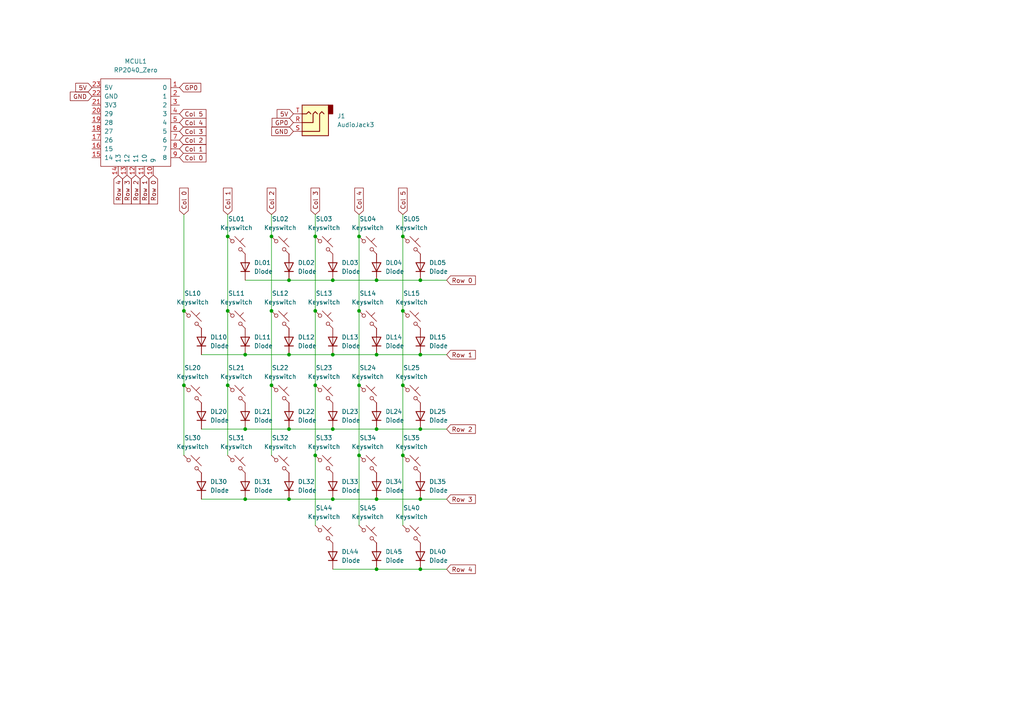
<source format=kicad_sch>
(kicad_sch (version 20230121) (generator eeschema)
  (paper "A4")
  (lib_symbols
    (symbol "Connector_Audio:AudioJack3"
      (property "Reference" "J" (at 0 8.89 0))
      (property "Value" "AudioJack3" (at 0 6.35 0))
      (symbol "AudioJack3_0_1"
        (rectangle (start -5.08 -5.08) (end -6.35 -2.54) (stroke (width 0.254)) (fill (type outline)))
        (polyline (pts (xy 0 -2.54) (xy 0.635 -3.175) (xy 1.27 -2.54) (xy 2.54 -2.54)) (stroke (width 0.254)))
        (polyline (pts (xy -1.905 -2.54) (xy -1.27 -3.175) (xy -0.635 -2.54) (xy -0.635 0) (xy 2.54 0)) (stroke (width 0.254)))
        (polyline (pts (xy 2.54 2.54) (xy -2.54 2.54) (xy -2.54 -2.54) (xy -3.175 -3.175) (xy -3.81 -2.54)) (stroke (width 0.254)))
        (rectangle (start 2.54 3.81) (end -5.08 -5.08) (stroke (width 0.254)) (fill (type background)))
      )
      (symbol "AudioJack3_1_1"
        (pin passive line (at 5.08 0 180) (length 2.54) (name "~") (number "R"))
        (pin passive line (at 5.08 2.54 180) (length 2.54) (name "~") (number "S"))
        (pin passive line (at 5.08 -2.54 180) (length 2.54) (name "~") (number "T"))
      )
    )
    (symbol "ScottoKeebs:MCU_RP2040_Zero" (pin_names (offset 1.016))
      (property "Reference" "U" (at 0 15.24 0))
      (property "Value" "RP2040_Zero" (at 0 12.7 0))
      (symbol "MCU_RP2040_Zero_0_1"
        (rectangle (start -10.16 11.43) (end 10.16 -13.97))
      )
      (symbol "MCU_RP2040_Zero_1_1"
        (pin bidirectional line (at 12.7 8.89 180) (length 2.54) (name "0") (number "1"))
        (pin bidirectional line (at 5.08 -16.51 90) (length 2.54) (name "9") (number "10"))
        (pin bidirectional line (at 2.54 -16.51 90) (length 2.54) (name "10") (number "11"))
        (pin bidirectional line (at 0 -16.51 90) (length 2.54) (name "11") (number "12"))
        (pin bidirectional line (at -2.54 -16.51 90) (length 2.54) (name "12") (number "13"))
        (pin bidirectional line (at -5.08 -16.51 90) (length 2.54) (name "13") (number "14"))
        (pin bidirectional line (at -12.7 -11.43 0) (length 2.54) (name "14") (number "15"))
        (pin bidirectional line (at -12.7 -8.89 0) (length 2.54) (name "15") (number "16"))
        (pin bidirectional line (at -12.7 -6.35 0) (length 2.54) (name "26") (number "17"))
        (pin bidirectional line (at -12.7 -3.81 0) (length 2.54) (name "27") (number "18"))
        (pin bidirectional line (at -12.7 -1.27 0) (length 2.54) (name "28") (number "19"))
        (pin bidirectional line (at 12.7 6.35 180) (length 2.54) (name "1") (number "2"))
        (pin bidirectional line (at -12.7 1.27 0) (length 2.54) (name "29") (number "20"))
        (pin power_out line (at -12.7 3.81 0) (length 2.54) (name "3V3") (number "21"))
        (pin power_out line (at -12.7 6.35 0) (length 2.54) (name "GND") (number "22"))
        (pin power_out line (at -12.7 8.89 0) (length 2.54) (name "5V") (number "23"))
        (pin bidirectional line (at 12.7 3.81 180) (length 2.54) (name "2") (number "3"))
        (pin bidirectional line (at 12.7 1.27 180) (length 2.54) (name "3") (number "4"))
        (pin bidirectional line (at 12.7 -1.27 180) (length 2.54) (name "4") (number "5"))
        (pin bidirectional line (at 12.7 -3.81 180) (length 2.54) (name "5") (number "6"))
        (pin bidirectional line (at 12.7 -6.35 180) (length 2.54) (name "6") (number "7"))
        (pin bidirectional line (at 12.7 -8.89 180) (length 2.54) (name "7") (number "8"))
        (pin bidirectional line (at 12.7 -11.43 180) (length 2.54) (name "8") (number "9"))
      )
    )
    (symbol "ScottoKeebs:Placeholder_Diode" (pin_numbers hide) (pin_names hide)
      (property "Reference" "D" (at 0 2.54 0))
      (property "Value" "Diode" (at 0 -2.54 0))
      (symbol "Placeholder_Diode_0_1"
        (polyline (pts (xy -1.27 1.27) (xy -1.27 -1.27)) (stroke (width 0.254)))
        (polyline (pts (xy 1.27 0) (xy -1.27 0)))
        (polyline (pts (xy 1.27 1.27) (xy 1.27 -1.27) (xy -1.27 0) (xy 1.27 1.27)) (stroke (width 0.254)))
      )
      (symbol "Placeholder_Diode_1_1"
        (pin passive line (at -3.81 0 0) (length 2.54) (name "K") (number "1"))
        (pin passive line (at 3.81 0 180) (length 2.54) (name "A") (number "2"))
      )
    )
    (symbol "ScottoKeebs:Placeholder_Keyswitch" (pin_numbers hide) (pin_names (offset 1.016) hide)
      (property "Reference" "S" (at 3.048 1.016 0))
      (property "Value" "Keyswitch" (at 0 -3.81 0))
      (symbol "Placeholder_Keyswitch_0_1"
        (circle (center -1.1684 1.1684) (radius 0.508))
        (polyline (pts (xy -0.508 2.54) (xy 2.54 -0.508)))
        (polyline (pts (xy 1.016 1.016) (xy 2.032 2.032)))
        (polyline (pts (xy -2.54 2.54) (xy -1.524 1.524) (xy -1.524 1.524)))
        (polyline (pts (xy 1.524 -1.524) (xy 2.54 -2.54) (xy 2.54 -2.54) (xy 2.54 -2.54)))
        (circle (center 1.143 -1.1938) (radius 0.508))
        (pin passive line (at -2.54 2.54 0) (length 0) (name "1") (number "1"))
        (pin passive line (at 2.54 -2.54 180) (length 0) (name "2") (number "2"))
      )
    )
  )
  (junction (at 71.12 124.46))
  (junction (at 53.34 111.76))
  (junction (at 96.52 102.87))
  (junction (at 109.22 102.87))
  (junction (at 109.22 165.1))
  (junction (at 121.92 124.46))
  (junction (at 104.14 68.58))
  (junction (at 91.44 111.76))
  (junction (at 121.92 165.1))
  (junction (at 78.74 111.76))
  (junction (at 104.14 111.76))
  (junction (at 83.82 102.87))
  (junction (at 104.14 90.17))
  (junction (at 83.82 124.46))
  (junction (at 91.44 68.58))
  (junction (at 53.34 90.17))
  (junction (at 116.84 90.17))
  (junction (at 96.52 81.28))
  (junction (at 71.12 102.87))
  (junction (at 109.22 81.28))
  (junction (at 83.82 81.28))
  (junction (at 66.04 90.17))
  (junction (at 121.92 144.78))
  (junction (at 121.92 102.87))
  (junction (at 78.74 68.58))
  (junction (at 71.12 144.78))
  (junction (at 116.84 132.08))
  (junction (at 109.22 124.46))
  (junction (at 121.92 81.28))
  (junction (at 116.84 68.58))
  (junction (at 66.04 111.76))
  (junction (at 66.04 68.58))
  (junction (at 96.52 124.46))
  (junction (at 116.84 111.76))
  (junction (at 91.44 90.17))
  (junction (at 78.74 90.17))
  (junction (at 109.22 144.78))
  (junction (at 91.44 132.08))
  (junction (at 104.14 132.08))
  (junction (at 96.52 144.78))
  (junction (at 83.82 144.78))
  (wire (pts (xy 66.04 68.58) (xy 66.04 90.17)))
  (wire (pts (xy 104.14 90.17) (xy 104.14 111.76)))
  (wire (pts (xy 91.44 90.17) (xy 91.44 111.76)))
  (wire (pts (xy 78.74 68.58) (xy 78.74 90.17)))
  (wire (pts (xy 78.74 111.76) (xy 78.74 132.08)))
  (wire (pts (xy 109.22 124.46) (xy 121.92 124.46)))
  (wire (pts (xy 58.42 102.87) (xy 71.12 102.87)))
  (wire (pts (xy 66.04 62.23) (xy 66.04 68.58)))
  (wire (pts (xy 91.44 132.08) (xy 91.44 152.4)))
  (wire (pts (xy 66.04 90.17) (xy 66.04 111.76)))
  (wire (pts (xy 96.52 165.1) (xy 109.22 165.1)))
  (wire (pts (xy 109.22 81.28) (xy 121.92 81.28)))
  (wire (pts (xy 104.14 62.23) (xy 104.14 68.58)))
  (wire (pts (xy 109.22 165.1) (xy 121.92 165.1)))
  (wire (pts (xy 121.92 124.46) (xy 129.54 124.46)))
  (wire (pts (xy 116.84 90.17) (xy 116.84 111.76)))
  (wire (pts (xy 129.54 144.78) (xy 121.92 144.78)))
  (wire (pts (xy 121.92 81.28) (xy 129.54 81.28)))
  (wire (pts (xy 71.12 81.28) (xy 83.82 81.28)))
  (wire (pts (xy 91.44 111.76) (xy 91.44 132.08)))
  (wire (pts (xy 91.44 68.58) (xy 91.44 90.17)))
  (wire (pts (xy 104.14 111.76) (xy 104.14 132.08)))
  (wire (pts (xy 83.82 102.87) (xy 96.52 102.87)))
  (wire (pts (xy 104.14 132.08) (xy 104.14 152.4)))
  (wire (pts (xy 116.84 62.23) (xy 116.84 68.58)))
  (wire (pts (xy 83.82 81.28) (xy 96.52 81.28)))
  (wire (pts (xy 71.12 124.46) (xy 83.82 124.46)))
  (wire (pts (xy 129.54 102.87) (xy 121.92 102.87)))
  (wire (pts (xy 116.84 111.76) (xy 116.84 132.08)))
  (wire (pts (xy 66.04 111.76) (xy 66.04 132.08)))
  (wire (pts (xy 53.34 90.17) (xy 53.34 111.76)))
  (wire (pts (xy 91.44 62.23) (xy 91.44 68.58)))
  (wire (pts (xy 78.74 62.23) (xy 78.74 68.58)))
  (wire (pts (xy 71.12 102.87) (xy 83.82 102.87)))
  (wire (pts (xy 104.14 68.58) (xy 104.14 90.17)))
  (wire (pts (xy 78.74 90.17) (xy 78.74 111.76)))
  (wire (pts (xy 109.22 144.78) (xy 121.92 144.78)))
  (wire (pts (xy 96.52 144.78) (xy 109.22 144.78)))
  (wire (pts (xy 53.34 62.23) (xy 53.34 90.17)))
  (wire (pts (xy 121.92 165.1) (xy 129.54 165.1)))
  (wire (pts (xy 116.84 68.58) (xy 116.84 90.17)))
  (wire (pts (xy 96.52 81.28) (xy 109.22 81.28)))
  (wire (pts (xy 58.42 144.78) (xy 71.12 144.78)))
  (wire (pts (xy 116.84 132.08) (xy 116.84 152.4)))
  (wire (pts (xy 83.82 124.46) (xy 96.52 124.46)))
  (wire (pts (xy 83.82 144.78) (xy 96.52 144.78)))
  (wire (pts (xy 58.42 124.46) (xy 71.12 124.46)))
  (wire (pts (xy 96.52 102.87) (xy 109.22 102.87)))
  (wire (pts (xy 71.12 144.78) (xy 83.82 144.78)))
  (wire (pts (xy 96.52 124.46) (xy 109.22 124.46)))
  (wire (pts (xy 109.22 102.87) (xy 121.92 102.87)))
  (wire (pts (xy 53.34 111.76) (xy 53.34 132.08)))
  (global_label "Row 1" (shape input) (at 41.91 50.8 270) (property "Intersheetrefs" "${INTERSHEET_REFS}" (effects hide)))
  (global_label "Col 5" (shape input) (at 52.07 33.02 0) (property "Intersheetrefs" "${INTERSHEET_REFS}" (effects hide)))
  (global_label "Col 4" (shape input) (at 104.14 62.23 90) (property "Intersheetrefs" "${INTERSHEET_REFS}" (effects hide)))
  (global_label "Col 0" (shape input) (at 53.34 62.23 90) (property "Intersheetrefs" "${INTERSHEET_REFS}" (effects hide)))
  (global_label "Col 2" (shape input) (at 78.74 62.23 90) (property "Intersheetrefs" "${INTERSHEET_REFS}" (effects hide)))
  (global_label "Row 4" (shape input) (at 129.54 165.1 0) (property "Intersheetrefs" "${INTERSHEET_REFS}" (effects hide)))
  (global_label "Col 1" (shape input) (at 66.04 62.23 90) (property "Intersheetrefs" "${INTERSHEET_REFS}" (effects hide)))
  (global_label "GND" (shape input) (at 26.67 27.94 180) (property "Intersheetrefs" "${INTERSHEET_REFS}" (effects hide)))
  (global_label "5V" (shape input) (at 85.09 33.02 180) (property "Intersheetrefs" "${INTERSHEET_REFS}" (effects hide)))
  (global_label "GP0" (shape input) (at 85.09 35.56 180) (property "Intersheetrefs" "${INTERSHEET_REFS}" (effects hide)))
  (global_label "GP0" (shape input) (at 52.07 25.4 0) (property "Intersheetrefs" "${INTERSHEET_REFS}" (effects hide)))
  (global_label "Row 2" (shape input) (at 39.37 50.8 270) (property "Intersheetrefs" "${INTERSHEET_REFS}" (effects hide)))
  (global_label "Row 0" (shape input) (at 129.54 81.28 0) (property "Intersheetrefs" "${INTERSHEET_REFS}" (effects hide)))
  (global_label "Row 4" (shape input) (at 34.29 50.8 270) (property "Intersheetrefs" "${INTERSHEET_REFS}" (effects hide)))
  (global_label "Row 3" (shape input) (at 36.83 50.8 270) (property "Intersheetrefs" "${INTERSHEET_REFS}" (effects hide)))
  (global_label "Col 1" (shape input) (at 52.07 43.18 0) (property "Intersheetrefs" "${INTERSHEET_REFS}" (effects hide)))
  (global_label "Row 1" (shape input) (at 129.54 102.87 0) (property "Intersheetrefs" "${INTERSHEET_REFS}" (effects hide)))
  (global_label "Row 3" (shape input) (at 129.54 144.78 0) (property "Intersheetrefs" "${INTERSHEET_REFS}" (effects hide)))
  (global_label "Row 2" (shape input) (at 129.54 124.46 0) (property "Intersheetrefs" "${INTERSHEET_REFS}" (effects hide)))
  (global_label "Col 3" (shape input) (at 52.07 38.1 0) (property "Intersheetrefs" "${INTERSHEET_REFS}" (effects hide)))
  (global_label "Col 2" (shape input) (at 52.07 40.64 0) (property "Intersheetrefs" "${INTERSHEET_REFS}" (effects hide)))
  (global_label "Col 4" (shape input) (at 52.07 35.56 0) (property "Intersheetrefs" "${INTERSHEET_REFS}" (effects hide)))
  (global_label "5V" (shape input) (at 26.67 25.4 180) (property "Intersheetrefs" "${INTERSHEET_REFS}" (effects hide)))
  (global_label "Col 5" (shape input) (at 116.84 62.23 90) (property "Intersheetrefs" "${INTERSHEET_REFS}" (effects hide)))
  (global_label "GND" (shape input) (at 85.09 38.1 180) (property "Intersheetrefs" "${INTERSHEET_REFS}" (effects hide)))
  (global_label "Col 0" (shape input) (at 52.07 45.72 0) (property "Intersheetrefs" "${INTERSHEET_REFS}" (effects hide)))
  (global_label "Row 0" (shape input) (at 44.45 50.8 270) (property "Intersheetrefs" "${INTERSHEET_REFS}" (effects hide)))
  (global_label "Col 3" (shape input) (at 91.44 62.23 90) (property "Intersheetrefs" "${INTERSHEET_REFS}" (effects hide)))
  (symbol (lib_id "ScottoKeebs:Placeholder_Keyswitch") (at 81.28 71.12 0) (unit 1)
    (property "Reference" "SL02" (at 81.28 63.5 0))
    (property "Value" "Keyswitch" (at 81.28 66.04 0))
    (property "Footprint" "IansLibrary:gateron-ks27-mx" (effects hide))
  )
  (symbol (lib_id "ScottoKeebs:Placeholder_Diode") (at 109.22 120.65 90) (unit 1)
    (property "Reference" "DL24" (at 111.76 119.38 90) (effects (justify right)))
    (property "Value" "Diode" (at 111.76 121.92 90) (effects (justify right)))
    (property "Footprint" "IansLibrary:Diode_SOD-123" (effects hide))
    (property "Sim.Device" "D" (effects hide))
    (property "Sim.Pins" "1=K 2=A" (effects hide))
  )
  (symbol (lib_id "ScottoKeebs:Placeholder_Diode") (at 121.92 99.06 90) (unit 1)
    (property "Reference" "DL15" (at 124.46 97.79 90) (effects (justify right)))
    (property "Value" "Diode" (at 124.46 100.33 90) (effects (justify right)))
    (property "Footprint" "IansLibrary:Diode_SOD-123" (effects hide))
    (property "Sim.Device" "D" (effects hide))
    (property "Sim.Pins" "1=K 2=A" (effects hide))
  )
  (symbol (lib_id "ScottoKeebs:Placeholder_Diode") (at 96.52 77.47 90) (unit 1)
    (property "Reference" "DL03" (at 99.06 76.2 90) (effects (justify right)))
    (property "Value" "Diode" (at 99.06 78.74 90) (effects (justify right)))
    (property "Footprint" "IansLibrary:Diode_SOD-123" (effects hide))
    (property "Sim.Device" "D" (effects hide))
    (property "Sim.Pins" "1=K 2=A" (effects hide))
  )
  (symbol (lib_id "ScottoKeebs:Placeholder_Diode") (at 71.12 77.47 90) (unit 1)
    (property "Reference" "DL01" (at 73.66 76.2 90) (effects (justify right)))
    (property "Value" "Diode" (at 73.66 78.74 90) (effects (justify right)))
    (property "Footprint" "IansLibrary:Diode_SOD-123" (effects hide))
    (property "Sim.Device" "D" (effects hide))
    (property "Sim.Pins" "1=K 2=A" (effects hide))
  )
  (symbol (lib_id "ScottoKeebs:Placeholder_Diode") (at 121.92 77.47 90) (unit 1)
    (property "Reference" "DL05" (at 124.46 76.2 90) (effects (justify right)))
    (property "Value" "Diode" (at 124.46 78.74 90) (effects (justify right)))
    (property "Footprint" "IansLibrary:Diode_SOD-123" (effects hide))
    (property "Sim.Device" "D" (effects hide))
    (property "Sim.Pins" "1=K 2=A" (effects hide))
  )
  (symbol (lib_id "ScottoKeebs:Placeholder_Keyswitch") (at 119.38 134.62 0) (unit 1)
    (property "Reference" "SL35" (at 119.38 127 0))
    (property "Value" "Keyswitch" (at 119.38 129.54 0))
    (property "Footprint" "IansLibrary:gateron-ks27-mx" (effects hide))
  )
  (symbol (lib_id "ScottoKeebs:Placeholder_Diode") (at 83.82 120.65 90) (unit 1)
    (property "Reference" "DL22" (at 86.36 119.38 90) (effects (justify right)))
    (property "Value" "Diode" (at 86.36 121.92 90) (effects (justify right)))
    (property "Footprint" "IansLibrary:Diode_SOD-123" (effects hide))
    (property "Sim.Device" "D" (effects hide))
    (property "Sim.Pins" "1=K 2=A" (effects hide))
  )
  (symbol (lib_id "ScottoKeebs:Placeholder_Keyswitch") (at 93.98 114.3 0) (unit 1)
    (property "Reference" "SL23" (at 93.98 106.68 0))
    (property "Value" "Keyswitch" (at 93.98 109.22 0))
    (property "Footprint" "IansLibrary:gateron-ks27-mx" (effects hide))
  )
  (symbol (lib_id "ScottoKeebs:Placeholder_Diode") (at 58.42 99.06 90) (unit 1)
    (property "Reference" "DL10" (at 60.96 97.79 90) (effects (justify right)))
    (property "Value" "Diode" (at 60.96 100.33 90) (effects (justify right)))
    (property "Footprint" "IansLibrary:Diode_SOD-123" (effects hide))
    (property "Sim.Device" "D" (effects hide))
    (property "Sim.Pins" "1=K 2=A" (effects hide))
  )
  (symbol (lib_id "ScottoKeebs:Placeholder_Keyswitch") (at 81.28 92.71 0) (unit 1)
    (property "Reference" "SL12" (at 81.28 85.09 0))
    (property "Value" "Keyswitch" (at 81.28 87.63 0))
    (property "Footprint" "IansLibrary:gateron-ks27-mx" (effects hide))
  )
  (symbol (lib_id "ScottoKeebs:Placeholder_Diode") (at 96.52 99.06 90) (unit 1)
    (property "Reference" "DL13" (at 99.06 97.79 90) (effects (justify right)))
    (property "Value" "Diode" (at 99.06 100.33 90) (effects (justify right)))
    (property "Footprint" "IansLibrary:Diode_SOD-123" (effects hide))
    (property "Sim.Device" "D" (effects hide))
    (property "Sim.Pins" "1=K 2=A" (effects hide))
  )
  (symbol (lib_id "ScottoKeebs:Placeholder_Diode") (at 109.22 99.06 90) (unit 1)
    (property "Reference" "DL14" (at 111.76 97.79 90) (effects (justify right)))
    (property "Value" "Diode" (at 111.76 100.33 90) (effects (justify right)))
    (property "Footprint" "IansLibrary:Diode_SOD-123" (effects hide))
    (property "Sim.Device" "D" (effects hide))
    (property "Sim.Pins" "1=K 2=A" (effects hide))
  )
  (symbol (lib_id "Connector_Audio:AudioJack3") (at 90.17 35.56 180) (unit 1)
    (property "Reference" "J1" (at 97.79 33.655 0) (effects (justify right)))
    (property "Value" "AudioJack3" (at 97.79 36.195 0) (effects (justify right)))
    (property "Footprint" "IansLibrary:Jack_3.5mm_CUI_SJ-3524-SMT_Horizontal" (effects hide))
  )
  (symbol (lib_id "ScottoKeebs:MCU_RP2040_Zero") (at 39.37 34.29 0) (unit 1)
    (property "Reference" "MCUL1" (at 39.37 17.78 0))
    (property "Value" "RP2040_Zero" (at 39.37 20.32 0))
    (property "Footprint" "IansLibrary:rp2040-zero-smd-longpads" (effects hide))
  )
  (symbol (lib_id "ScottoKeebs:Placeholder_Keyswitch") (at 119.38 154.94 0) (unit 1)
    (property "Reference" "SL40" (at 119.38 147.32 0))
    (property "Value" "Keyswitch" (at 119.38 149.86 0))
    (property "Footprint" "IansLibrary:gateron-ks27-mx" (effects hide))
  )
  (symbol (lib_id "ScottoKeebs:Placeholder_Keyswitch") (at 119.38 92.71 0) (unit 1)
    (property "Reference" "SL15" (at 119.38 85.09 0))
    (property "Value" "Keyswitch" (at 119.38 87.63 0))
    (property "Footprint" "IansLibrary:gateron-ks27-mx" (effects hide))
  )
  (symbol (lib_id "ScottoKeebs:Placeholder_Keyswitch") (at 93.98 71.12 0) (unit 1)
    (property "Reference" "SL03" (at 93.98 63.5 0))
    (property "Value" "Keyswitch" (at 93.98 66.04 0))
    (property "Footprint" "IansLibrary:gateron-ks27-mx" (effects hide))
  )
  (symbol (lib_id "ScottoKeebs:Placeholder_Keyswitch") (at 81.28 134.62 0) (unit 1)
    (property "Reference" "SL32" (at 81.28 127 0))
    (property "Value" "Keyswitch" (at 81.28 129.54 0))
    (property "Footprint" "IansLibrary:gateron-ks27-mx" (effects hide))
  )
  (symbol (lib_id "ScottoKeebs:Placeholder_Diode") (at 121.92 120.65 90) (unit 1)
    (property "Reference" "DL25" (at 124.46 119.38 90) (effects (justify right)))
    (property "Value" "Diode" (at 124.46 121.92 90) (effects (justify right)))
    (property "Footprint" "IansLibrary:Diode_SOD-123" (effects hide))
    (property "Sim.Device" "D" (effects hide))
    (property "Sim.Pins" "1=K 2=A" (effects hide))
  )
  (symbol (lib_id "ScottoKeebs:Placeholder_Diode") (at 58.42 120.65 90) (unit 1)
    (property "Reference" "DL20" (at 60.96 119.38 90) (effects (justify right)))
    (property "Value" "Diode" (at 60.96 121.92 90) (effects (justify right)))
    (property "Footprint" "IansLibrary:Diode_SOD-123" (effects hide))
    (property "Sim.Device" "D" (effects hide))
    (property "Sim.Pins" "1=K 2=A" (effects hide))
  )
  (symbol (lib_id "ScottoKeebs:Placeholder_Diode") (at 96.52 140.97 90) (unit 1)
    (property "Reference" "DL33" (at 99.06 139.7 90) (effects (justify right)))
    (property "Value" "Diode" (at 99.06 142.24 90) (effects (justify right)))
    (property "Footprint" "IansLibrary:Diode_SOD-123" (effects hide))
    (property "Sim.Device" "D" (effects hide))
    (property "Sim.Pins" "1=K 2=A" (effects hide))
  )
  (symbol (lib_id "ScottoKeebs:Placeholder_Keyswitch") (at 119.38 71.12 0) (unit 1)
    (property "Reference" "SL05" (at 119.38 63.5 0))
    (property "Value" "Keyswitch" (at 119.38 66.04 0))
    (property "Footprint" "IansLibrary:gateron-ks27-mx" (effects hide))
  )
  (symbol (lib_id "ScottoKeebs:Placeholder_Keyswitch") (at 106.68 154.94 0) (unit 1)
    (property "Reference" "SL45" (at 106.68 147.32 0))
    (property "Value" "Keyswitch" (at 106.68 149.86 0))
    (property "Footprint" "IansLibrary:gateron-ks27-mx" (effects hide))
  )
  (symbol (lib_id "ScottoKeebs:Placeholder_Keyswitch") (at 55.88 134.62 0) (unit 1)
    (property "Reference" "SL30" (at 55.88 127 0))
    (property "Value" "Keyswitch" (at 55.88 129.54 0))
    (property "Footprint" "IansLibrary:gateron-ks27-mx" (effects hide))
  )
  (symbol (lib_id "ScottoKeebs:Placeholder_Keyswitch") (at 106.68 114.3 0) (unit 1)
    (property "Reference" "SL24" (at 106.68 106.68 0))
    (property "Value" "Keyswitch" (at 106.68 109.22 0))
    (property "Footprint" "IansLibrary:gateron-ks27-mx" (effects hide))
  )
  (symbol (lib_id "ScottoKeebs:Placeholder_Keyswitch") (at 93.98 92.71 0) (unit 1)
    (property "Reference" "SL13" (at 93.98 85.09 0))
    (property "Value" "Keyswitch" (at 93.98 87.63 0))
    (property "Footprint" "IansLibrary:gateron-ks27-mx" (effects hide))
  )
  (symbol (lib_id "ScottoKeebs:Placeholder_Diode") (at 109.22 140.97 90) (unit 1)
    (property "Reference" "DL34" (at 111.76 139.7 90) (effects (justify right)))
    (property "Value" "Diode" (at 111.76 142.24 90) (effects (justify right)))
    (property "Footprint" "IansLibrary:Diode_SOD-123" (effects hide))
    (property "Sim.Device" "D" (effects hide))
    (property "Sim.Pins" "1=K 2=A" (effects hide))
  )
  (symbol (lib_id "ScottoKeebs:Placeholder_Diode") (at 83.82 140.97 90) (unit 1)
    (property "Reference" "DL32" (at 86.36 139.7 90) (effects (justify right)))
    (property "Value" "Diode" (at 86.36 142.24 90) (effects (justify right)))
    (property "Footprint" "IansLibrary:Diode_SOD-123" (effects hide))
    (property "Sim.Device" "D" (effects hide))
    (property "Sim.Pins" "1=K 2=A" (effects hide))
  )
  (symbol (lib_id "ScottoKeebs:Placeholder_Diode") (at 109.22 161.29 90) (unit 1)
    (property "Reference" "DL45" (at 111.76 160.02 90) (effects (justify right)))
    (property "Value" "Diode" (at 111.76 162.56 90) (effects (justify right)))
    (property "Footprint" "IansLibrary:Diode_SOD-123" (effects hide))
    (property "Sim.Device" "D" (effects hide))
    (property "Sim.Pins" "1=K 2=A" (effects hide))
  )
  (symbol (lib_id "ScottoKeebs:Placeholder_Keyswitch") (at 68.58 114.3 0) (unit 1)
    (property "Reference" "SL21" (at 68.58 106.68 0))
    (property "Value" "Keyswitch" (at 68.58 109.22 0))
    (property "Footprint" "IansLibrary:gateron-ks27-mx" (effects hide))
  )
  (symbol (lib_id "ScottoKeebs:Placeholder_Keyswitch") (at 81.28 114.3 0) (unit 1)
    (property "Reference" "SL22" (at 81.28 106.68 0))
    (property "Value" "Keyswitch" (at 81.28 109.22 0))
    (property "Footprint" "IansLibrary:gateron-ks27-mx" (effects hide))
  )
  (symbol (lib_id "ScottoKeebs:Placeholder_Keyswitch") (at 119.38 114.3 0) (unit 1)
    (property "Reference" "SL25" (at 119.38 106.68 0))
    (property "Value" "Keyswitch" (at 119.38 109.22 0))
    (property "Footprint" "IansLibrary:gateron-ks27-mx" (effects hide))
  )
  (symbol (lib_id "ScottoKeebs:Placeholder_Keyswitch") (at 106.68 71.12 0) (unit 1)
    (property "Reference" "SL04" (at 106.68 63.5 0))
    (property "Value" "Keyswitch" (at 106.68 66.04 0))
    (property "Footprint" "IansLibrary:gateron-ks27-mx" (effects hide))
  )
  (symbol (lib_id "ScottoKeebs:Placeholder_Diode") (at 96.52 161.29 90) (unit 1)
    (property "Reference" "DL44" (at 99.06 160.02 90) (effects (justify right)))
    (property "Value" "Diode" (at 99.06 162.56 90) (effects (justify right)))
    (property "Footprint" "IansLibrary:Diode_SOD-123" (effects hide))
    (property "Sim.Device" "D" (effects hide))
    (property "Sim.Pins" "1=K 2=A" (effects hide))
  )
  (symbol (lib_id "ScottoKeebs:Placeholder_Keyswitch") (at 106.68 92.71 0) (unit 1)
    (property "Reference" "SL14" (at 106.68 85.09 0))
    (property "Value" "Keyswitch" (at 106.68 87.63 0))
    (property "Footprint" "IansLibrary:gateron-ks27-mx" (effects hide))
  )
  (symbol (lib_id "ScottoKeebs:Placeholder_Keyswitch") (at 68.58 92.71 0) (unit 1)
    (property "Reference" "SL11" (at 68.58 85.09 0))
    (property "Value" "Keyswitch" (at 68.58 87.63 0))
    (property "Footprint" "IansLibrary:gateron-ks27-mx" (effects hide))
  )
  (symbol (lib_id "ScottoKeebs:Placeholder_Diode") (at 71.12 120.65 90) (unit 1)
    (property "Reference" "DL21" (at 73.66 119.38 90) (effects (justify right)))
    (property "Value" "Diode" (at 73.66 121.92 90) (effects (justify right)))
    (property "Footprint" "IansLibrary:Diode_SOD-123" (effects hide))
    (property "Sim.Device" "D" (effects hide))
    (property "Sim.Pins" "1=K 2=A" (effects hide))
  )
  (symbol (lib_id "ScottoKeebs:Placeholder_Keyswitch") (at 93.98 134.62 0) (unit 1)
    (property "Reference" "SL33" (at 93.98 127 0))
    (property "Value" "Keyswitch" (at 93.98 129.54 0))
    (property "Footprint" "IansLibrary:gateron-ks27-mx" (effects hide))
  )
  (symbol (lib_id "ScottoKeebs:Placeholder_Diode") (at 121.92 161.29 90) (unit 1)
    (property "Reference" "DL40" (at 124.46 160.02 90) (effects (justify right)))
    (property "Value" "Diode" (at 124.46 162.56 90) (effects (justify right)))
    (property "Footprint" "IansLibrary:Diode_SOD-123" (effects hide))
    (property "Sim.Device" "D" (effects hide))
    (property "Sim.Pins" "1=K 2=A" (effects hide))
  )
  (symbol (lib_id "ScottoKeebs:Placeholder_Diode") (at 96.52 120.65 90) (unit 1)
    (property "Reference" "DL23" (at 99.06 119.38 90) (effects (justify right)))
    (property "Value" "Diode" (at 99.06 121.92 90) (effects (justify right)))
    (property "Footprint" "IansLibrary:Diode_SOD-123" (effects hide))
    (property "Sim.Device" "D" (effects hide))
    (property "Sim.Pins" "1=K 2=A" (effects hide))
  )
  (symbol (lib_id "ScottoKeebs:Placeholder_Diode") (at 83.82 99.06 90) (unit 1)
    (property "Reference" "DL12" (at 86.36 97.79 90) (effects (justify right)))
    (property "Value" "Diode" (at 86.36 100.33 90) (effects (justify right)))
    (property "Footprint" "IansLibrary:Diode_SOD-123" (effects hide))
    (property "Sim.Device" "D" (effects hide))
    (property "Sim.Pins" "1=K 2=A" (effects hide))
  )
  (symbol (lib_id "ScottoKeebs:Placeholder_Diode") (at 71.12 99.06 90) (unit 1)
    (property "Reference" "DL11" (at 73.66 97.79 90) (effects (justify right)))
    (property "Value" "Diode" (at 73.66 100.33 90) (effects (justify right)))
    (property "Footprint" "IansLibrary:Diode_SOD-123" (effects hide))
    (property "Sim.Device" "D" (effects hide))
    (property "Sim.Pins" "1=K 2=A" (effects hide))
  )
  (symbol (lib_id "ScottoKeebs:Placeholder_Keyswitch") (at 93.98 154.94 0) (unit 1)
    (property "Reference" "SL44" (at 93.98 147.32 0))
    (property "Value" "Keyswitch" (at 93.98 149.86 0))
    (property "Footprint" "IansLibrary:gateron-ks27-mx" (effects hide))
  )
  (symbol (lib_id "ScottoKeebs:Placeholder_Keyswitch") (at 106.68 134.62 0) (unit 1)
    (property "Reference" "SL34" (at 106.68 127 0))
    (property "Value" "Keyswitch" (at 106.68 129.54 0))
    (property "Footprint" "IansLibrary:gateron-ks27-mx" (effects hide))
  )
  (symbol (lib_id "ScottoKeebs:Placeholder_Keyswitch") (at 68.58 134.62 0) (unit 1)
    (property "Reference" "SL31" (at 68.58 127 0))
    (property "Value" "Keyswitch" (at 68.58 129.54 0))
    (property "Footprint" "IansLibrary:gateron-ks27-mx" (effects hide))
  )
  (symbol (lib_id "ScottoKeebs:Placeholder_Diode") (at 58.42 140.97 90) (unit 1)
    (property "Reference" "DL30" (at 60.96 139.7 90) (effects (justify right)))
    (property "Value" "Diode" (at 60.96 142.24 90) (effects (justify right)))
    (property "Footprint" "IansLibrary:Diode_SOD-123" (effects hide))
    (property "Sim.Device" "D" (effects hide))
    (property "Sim.Pins" "1=K 2=A" (effects hide))
  )
  (symbol (lib_id "ScottoKeebs:Placeholder_Keyswitch") (at 68.58 71.12 0) (unit 1)
    (property "Reference" "SL01" (at 68.58 63.5 0))
    (property "Value" "Keyswitch" (at 68.58 66.04 0))
    (property "Footprint" "IansLibrary:gateron-ks27-mx" (effects hide))
  )
  (symbol (lib_id "ScottoKeebs:Placeholder_Diode") (at 109.22 77.47 90) (unit 1)
    (property "Reference" "DL04" (at 111.76 76.2 90) (effects (justify right)))
    (property "Value" "Diode" (at 111.76 78.74 90) (effects (justify right)))
    (property "Footprint" "IansLibrary:Diode_SOD-123" (effects hide))
    (property "Sim.Device" "D" (effects hide))
    (property "Sim.Pins" "1=K 2=A" (effects hide))
  )
  (symbol (lib_id "ScottoKeebs:Placeholder_Diode") (at 71.12 140.97 90) (unit 1)
    (property "Reference" "DL31" (at 73.66 139.7 90) (effects (justify right)))
    (property "Value" "Diode" (at 73.66 142.24 90) (effects (justify right)))
    (property "Footprint" "IansLibrary:Diode_SOD-123" (effects hide))
    (property "Sim.Device" "D" (effects hide))
    (property "Sim.Pins" "1=K 2=A" (effects hide))
  )
  (symbol (lib_id "ScottoKeebs:Placeholder_Keyswitch") (at 55.88 92.71 0) (unit 1)
    (property "Reference" "SL10" (at 55.88 85.09 0))
    (property "Value" "Keyswitch" (at 55.88 87.63 0))
    (property "Footprint" "IansLibrary:gateron-ks27-mx" (effects hide))
  )
  (symbol (lib_id "ScottoKeebs:Placeholder_Diode") (at 83.82 77.47 90) (unit 1)
    (property "Reference" "DL02" (at 86.36 76.2 90) (effects (justify right)))
    (property "Value" "Diode" (at 86.36 78.74 90) (effects (justify right)))
    (property "Footprint" "IansLibrary:Diode_SOD-123" (effects hide))
    (property "Sim.Device" "D" (effects hide))
    (property "Sim.Pins" "1=K 2=A" (effects hide))
  )
  (symbol (lib_id "ScottoKeebs:Placeholder_Keyswitch") (at 55.88 114.3 0) (unit 1)
    (property "Reference" "SL20" (at 55.88 106.68 0))
    (property "Value" "Keyswitch" (at 55.88 109.22 0))
    (property "Footprint" "IansLibrary:gateron-ks27-mx" (effects hide))
  )
  (symbol (lib_id "ScottoKeebs:Placeholder_Diode") (at 121.92 140.97 90) (unit 1)
    (property "Reference" "DL35" (at 124.46 139.7 90) (effects (justify right)))
    (property "Value" "Diode" (at 124.46 142.24 90) (effects (justify right)))
    (property "Footprint" "IansLibrary:Diode_SOD-123" (effects hide))
    (property "Sim.Device" "D" (effects hide))
    (property "Sim.Pins" "1=K 2=A" (effects hide))
  )
)
</source>
